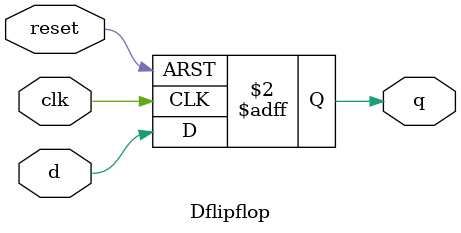
<source format=v>
module Dflipflop(input wire d, input wire clk, input wire reset, output reg q);

    always @(posedge clk or posedge reset) begin
        if (reset) begin
            q <= 1'b0;
        end else begin
            q <= d;
        end
    end
endmodule
</source>
